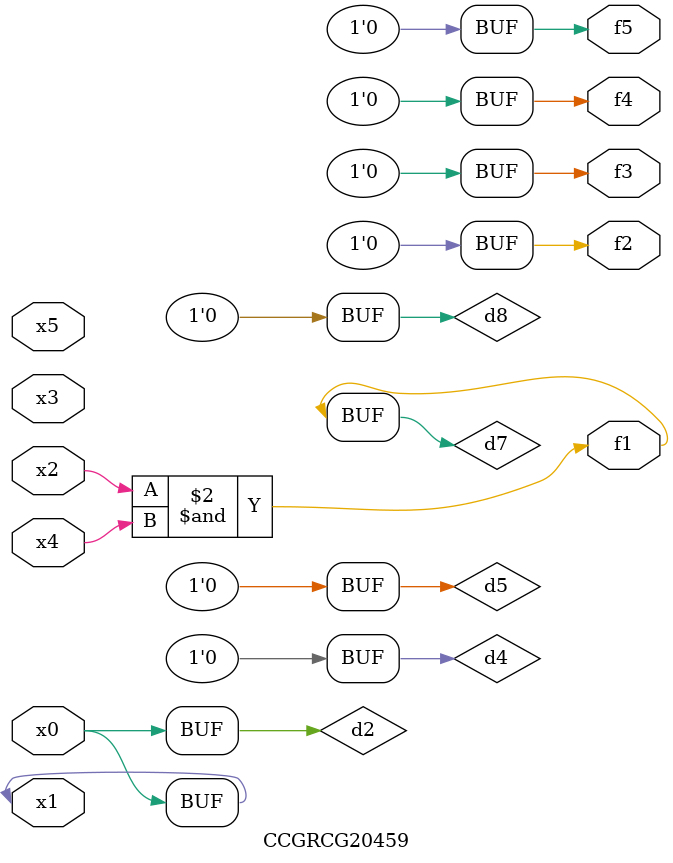
<source format=v>
module CCGRCG20459(
	input x0, x1, x2, x3, x4, x5,
	output f1, f2, f3, f4, f5
);

	wire d1, d2, d3, d4, d5, d6, d7, d8, d9;

	nand (d1, x1);
	buf (d2, x0, x1);
	nand (d3, x2, x4);
	and (d4, d1, d2);
	and (d5, d1, d2);
	nand (d6, d1, d3);
	not (d7, d3);
	xor (d8, d5);
	nor (d9, d5, d6);
	assign f1 = d7;
	assign f2 = d8;
	assign f3 = d8;
	assign f4 = d8;
	assign f5 = d8;
endmodule

</source>
